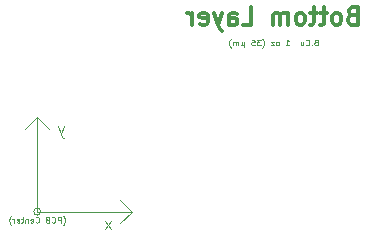
<source format=gbr>
%TF.GenerationSoftware,KiCad,Pcbnew,9.0.7*%
%TF.CreationDate,2026-02-07T11:06:05-07:00*%
%TF.ProjectId,PCB_v1,5043425f-7631-42e6-9b69-6361645f7063,rev?*%
%TF.SameCoordinates,Original*%
%TF.FileFunction,Legend,Bot*%
%TF.FilePolarity,Positive*%
%FSLAX46Y46*%
G04 Gerber Fmt 4.6, Leading zero omitted, Abs format (unit mm)*
G04 Created by KiCad (PCBNEW 9.0.7) date 2026-02-07 11:06:05*
%MOMM*%
%LPD*%
G01*
G04 APERTURE LIST*
%ADD10C,0.100000*%
%ADD11C,0.300000*%
G04 APERTURE END LIST*
D10*
X180000000Y-80000000D02*
X180000000Y-72000000D01*
X180000000Y-80000000D02*
X188000000Y-80000000D01*
X180300000Y-80000000D02*
G75*
G02*
X179700000Y-80000000I-300000J0D01*
G01*
X179700000Y-80000000D02*
G75*
G02*
X180300000Y-80000000I300000J0D01*
G01*
X180000000Y-72000000D02*
X181000000Y-73000000D01*
X188000000Y-80000000D02*
X187000000Y-79000000D01*
X188000000Y-80000000D02*
X187000000Y-81000000D01*
X180000000Y-72000000D02*
X179000000Y-73000000D01*
X186261904Y-81457419D02*
X185738095Y-80790752D01*
X186261904Y-80790752D02*
X185738095Y-81457419D01*
X182238094Y-72790752D02*
X181999999Y-73457419D01*
X181761904Y-72790752D02*
X181999999Y-73457419D01*
X181999999Y-73457419D02*
X182095237Y-73695514D01*
X182095237Y-73695514D02*
X182142856Y-73743133D01*
X182142856Y-73743133D02*
X182238094Y-73790752D01*
X182214284Y-81124085D02*
X182238093Y-81100276D01*
X182238093Y-81100276D02*
X182285712Y-81028847D01*
X182285712Y-81028847D02*
X182309522Y-80981228D01*
X182309522Y-80981228D02*
X182333331Y-80909800D01*
X182333331Y-80909800D02*
X182357141Y-80790752D01*
X182357141Y-80790752D02*
X182357141Y-80695514D01*
X182357141Y-80695514D02*
X182333331Y-80576466D01*
X182333331Y-80576466D02*
X182309522Y-80505038D01*
X182309522Y-80505038D02*
X182285712Y-80457419D01*
X182285712Y-80457419D02*
X182238093Y-80385990D01*
X182238093Y-80385990D02*
X182214284Y-80362180D01*
X182023808Y-80933609D02*
X182023808Y-80433609D01*
X182023808Y-80433609D02*
X181833332Y-80433609D01*
X181833332Y-80433609D02*
X181785713Y-80457419D01*
X181785713Y-80457419D02*
X181761903Y-80481228D01*
X181761903Y-80481228D02*
X181738094Y-80528847D01*
X181738094Y-80528847D02*
X181738094Y-80600276D01*
X181738094Y-80600276D02*
X181761903Y-80647895D01*
X181761903Y-80647895D02*
X181785713Y-80671704D01*
X181785713Y-80671704D02*
X181833332Y-80695514D01*
X181833332Y-80695514D02*
X182023808Y-80695514D01*
X181238094Y-80885990D02*
X181261903Y-80909800D01*
X181261903Y-80909800D02*
X181333332Y-80933609D01*
X181333332Y-80933609D02*
X181380951Y-80933609D01*
X181380951Y-80933609D02*
X181452379Y-80909800D01*
X181452379Y-80909800D02*
X181499998Y-80862180D01*
X181499998Y-80862180D02*
X181523808Y-80814561D01*
X181523808Y-80814561D02*
X181547617Y-80719323D01*
X181547617Y-80719323D02*
X181547617Y-80647895D01*
X181547617Y-80647895D02*
X181523808Y-80552657D01*
X181523808Y-80552657D02*
X181499998Y-80505038D01*
X181499998Y-80505038D02*
X181452379Y-80457419D01*
X181452379Y-80457419D02*
X181380951Y-80433609D01*
X181380951Y-80433609D02*
X181333332Y-80433609D01*
X181333332Y-80433609D02*
X181261903Y-80457419D01*
X181261903Y-80457419D02*
X181238094Y-80481228D01*
X180857141Y-80671704D02*
X180785713Y-80695514D01*
X180785713Y-80695514D02*
X180761903Y-80719323D01*
X180761903Y-80719323D02*
X180738094Y-80766942D01*
X180738094Y-80766942D02*
X180738094Y-80838371D01*
X180738094Y-80838371D02*
X180761903Y-80885990D01*
X180761903Y-80885990D02*
X180785713Y-80909800D01*
X180785713Y-80909800D02*
X180833332Y-80933609D01*
X180833332Y-80933609D02*
X181023808Y-80933609D01*
X181023808Y-80933609D02*
X181023808Y-80433609D01*
X181023808Y-80433609D02*
X180857141Y-80433609D01*
X180857141Y-80433609D02*
X180809522Y-80457419D01*
X180809522Y-80457419D02*
X180785713Y-80481228D01*
X180785713Y-80481228D02*
X180761903Y-80528847D01*
X180761903Y-80528847D02*
X180761903Y-80576466D01*
X180761903Y-80576466D02*
X180785713Y-80624085D01*
X180785713Y-80624085D02*
X180809522Y-80647895D01*
X180809522Y-80647895D02*
X180857141Y-80671704D01*
X180857141Y-80671704D02*
X181023808Y-80671704D01*
X179857142Y-80885990D02*
X179880951Y-80909800D01*
X179880951Y-80909800D02*
X179952380Y-80933609D01*
X179952380Y-80933609D02*
X179999999Y-80933609D01*
X179999999Y-80933609D02*
X180071427Y-80909800D01*
X180071427Y-80909800D02*
X180119046Y-80862180D01*
X180119046Y-80862180D02*
X180142856Y-80814561D01*
X180142856Y-80814561D02*
X180166665Y-80719323D01*
X180166665Y-80719323D02*
X180166665Y-80647895D01*
X180166665Y-80647895D02*
X180142856Y-80552657D01*
X180142856Y-80552657D02*
X180119046Y-80505038D01*
X180119046Y-80505038D02*
X180071427Y-80457419D01*
X180071427Y-80457419D02*
X179999999Y-80433609D01*
X179999999Y-80433609D02*
X179952380Y-80433609D01*
X179952380Y-80433609D02*
X179880951Y-80457419D01*
X179880951Y-80457419D02*
X179857142Y-80481228D01*
X179452380Y-80909800D02*
X179499999Y-80933609D01*
X179499999Y-80933609D02*
X179595237Y-80933609D01*
X179595237Y-80933609D02*
X179642856Y-80909800D01*
X179642856Y-80909800D02*
X179666665Y-80862180D01*
X179666665Y-80862180D02*
X179666665Y-80671704D01*
X179666665Y-80671704D02*
X179642856Y-80624085D01*
X179642856Y-80624085D02*
X179595237Y-80600276D01*
X179595237Y-80600276D02*
X179499999Y-80600276D01*
X179499999Y-80600276D02*
X179452380Y-80624085D01*
X179452380Y-80624085D02*
X179428570Y-80671704D01*
X179428570Y-80671704D02*
X179428570Y-80719323D01*
X179428570Y-80719323D02*
X179666665Y-80766942D01*
X179214285Y-80600276D02*
X179214285Y-80933609D01*
X179214285Y-80647895D02*
X179190475Y-80624085D01*
X179190475Y-80624085D02*
X179142856Y-80600276D01*
X179142856Y-80600276D02*
X179071428Y-80600276D01*
X179071428Y-80600276D02*
X179023809Y-80624085D01*
X179023809Y-80624085D02*
X178999999Y-80671704D01*
X178999999Y-80671704D02*
X178999999Y-80933609D01*
X178833332Y-80600276D02*
X178642856Y-80600276D01*
X178761904Y-80433609D02*
X178761904Y-80862180D01*
X178761904Y-80862180D02*
X178738094Y-80909800D01*
X178738094Y-80909800D02*
X178690475Y-80933609D01*
X178690475Y-80933609D02*
X178642856Y-80933609D01*
X178285714Y-80909800D02*
X178333333Y-80933609D01*
X178333333Y-80933609D02*
X178428571Y-80933609D01*
X178428571Y-80933609D02*
X178476190Y-80909800D01*
X178476190Y-80909800D02*
X178499999Y-80862180D01*
X178499999Y-80862180D02*
X178499999Y-80671704D01*
X178499999Y-80671704D02*
X178476190Y-80624085D01*
X178476190Y-80624085D02*
X178428571Y-80600276D01*
X178428571Y-80600276D02*
X178333333Y-80600276D01*
X178333333Y-80600276D02*
X178285714Y-80624085D01*
X178285714Y-80624085D02*
X178261904Y-80671704D01*
X178261904Y-80671704D02*
X178261904Y-80719323D01*
X178261904Y-80719323D02*
X178499999Y-80766942D01*
X178047619Y-80933609D02*
X178047619Y-80600276D01*
X178047619Y-80695514D02*
X178023809Y-80647895D01*
X178023809Y-80647895D02*
X178000000Y-80624085D01*
X178000000Y-80624085D02*
X177952381Y-80600276D01*
X177952381Y-80600276D02*
X177904762Y-80600276D01*
X177785714Y-81124085D02*
X177761904Y-81100276D01*
X177761904Y-81100276D02*
X177714285Y-81028847D01*
X177714285Y-81028847D02*
X177690476Y-80981228D01*
X177690476Y-80981228D02*
X177666666Y-80909800D01*
X177666666Y-80909800D02*
X177642857Y-80790752D01*
X177642857Y-80790752D02*
X177642857Y-80695514D01*
X177642857Y-80695514D02*
X177666666Y-80576466D01*
X177666666Y-80576466D02*
X177690476Y-80505038D01*
X177690476Y-80505038D02*
X177714285Y-80457419D01*
X177714285Y-80457419D02*
X177761904Y-80385990D01*
X177761904Y-80385990D02*
X177785714Y-80362180D01*
D11*
X206667857Y-63392614D02*
X206453571Y-63464042D01*
X206453571Y-63464042D02*
X206382142Y-63535471D01*
X206382142Y-63535471D02*
X206310714Y-63678328D01*
X206310714Y-63678328D02*
X206310714Y-63892614D01*
X206310714Y-63892614D02*
X206382142Y-64035471D01*
X206382142Y-64035471D02*
X206453571Y-64106900D01*
X206453571Y-64106900D02*
X206596428Y-64178328D01*
X206596428Y-64178328D02*
X207167857Y-64178328D01*
X207167857Y-64178328D02*
X207167857Y-62678328D01*
X207167857Y-62678328D02*
X206667857Y-62678328D01*
X206667857Y-62678328D02*
X206525000Y-62749757D01*
X206525000Y-62749757D02*
X206453571Y-62821185D01*
X206453571Y-62821185D02*
X206382142Y-62964042D01*
X206382142Y-62964042D02*
X206382142Y-63106900D01*
X206382142Y-63106900D02*
X206453571Y-63249757D01*
X206453571Y-63249757D02*
X206525000Y-63321185D01*
X206525000Y-63321185D02*
X206667857Y-63392614D01*
X206667857Y-63392614D02*
X207167857Y-63392614D01*
X205453571Y-64178328D02*
X205596428Y-64106900D01*
X205596428Y-64106900D02*
X205667857Y-64035471D01*
X205667857Y-64035471D02*
X205739285Y-63892614D01*
X205739285Y-63892614D02*
X205739285Y-63464042D01*
X205739285Y-63464042D02*
X205667857Y-63321185D01*
X205667857Y-63321185D02*
X205596428Y-63249757D01*
X205596428Y-63249757D02*
X205453571Y-63178328D01*
X205453571Y-63178328D02*
X205239285Y-63178328D01*
X205239285Y-63178328D02*
X205096428Y-63249757D01*
X205096428Y-63249757D02*
X205025000Y-63321185D01*
X205025000Y-63321185D02*
X204953571Y-63464042D01*
X204953571Y-63464042D02*
X204953571Y-63892614D01*
X204953571Y-63892614D02*
X205025000Y-64035471D01*
X205025000Y-64035471D02*
X205096428Y-64106900D01*
X205096428Y-64106900D02*
X205239285Y-64178328D01*
X205239285Y-64178328D02*
X205453571Y-64178328D01*
X204524999Y-63178328D02*
X203953571Y-63178328D01*
X204310714Y-62678328D02*
X204310714Y-63964042D01*
X204310714Y-63964042D02*
X204239285Y-64106900D01*
X204239285Y-64106900D02*
X204096428Y-64178328D01*
X204096428Y-64178328D02*
X203953571Y-64178328D01*
X203667856Y-63178328D02*
X203096428Y-63178328D01*
X203453571Y-62678328D02*
X203453571Y-63964042D01*
X203453571Y-63964042D02*
X203382142Y-64106900D01*
X203382142Y-64106900D02*
X203239285Y-64178328D01*
X203239285Y-64178328D02*
X203096428Y-64178328D01*
X202382142Y-64178328D02*
X202524999Y-64106900D01*
X202524999Y-64106900D02*
X202596428Y-64035471D01*
X202596428Y-64035471D02*
X202667856Y-63892614D01*
X202667856Y-63892614D02*
X202667856Y-63464042D01*
X202667856Y-63464042D02*
X202596428Y-63321185D01*
X202596428Y-63321185D02*
X202524999Y-63249757D01*
X202524999Y-63249757D02*
X202382142Y-63178328D01*
X202382142Y-63178328D02*
X202167856Y-63178328D01*
X202167856Y-63178328D02*
X202024999Y-63249757D01*
X202024999Y-63249757D02*
X201953571Y-63321185D01*
X201953571Y-63321185D02*
X201882142Y-63464042D01*
X201882142Y-63464042D02*
X201882142Y-63892614D01*
X201882142Y-63892614D02*
X201953571Y-64035471D01*
X201953571Y-64035471D02*
X202024999Y-64106900D01*
X202024999Y-64106900D02*
X202167856Y-64178328D01*
X202167856Y-64178328D02*
X202382142Y-64178328D01*
X201239285Y-64178328D02*
X201239285Y-63178328D01*
X201239285Y-63321185D02*
X201167856Y-63249757D01*
X201167856Y-63249757D02*
X201024999Y-63178328D01*
X201024999Y-63178328D02*
X200810713Y-63178328D01*
X200810713Y-63178328D02*
X200667856Y-63249757D01*
X200667856Y-63249757D02*
X200596428Y-63392614D01*
X200596428Y-63392614D02*
X200596428Y-64178328D01*
X200596428Y-63392614D02*
X200524999Y-63249757D01*
X200524999Y-63249757D02*
X200382142Y-63178328D01*
X200382142Y-63178328D02*
X200167856Y-63178328D01*
X200167856Y-63178328D02*
X200024999Y-63249757D01*
X200024999Y-63249757D02*
X199953570Y-63392614D01*
X199953570Y-63392614D02*
X199953570Y-64178328D01*
X197382142Y-64178328D02*
X198096428Y-64178328D01*
X198096428Y-64178328D02*
X198096428Y-62678328D01*
X196239285Y-64178328D02*
X196239285Y-63392614D01*
X196239285Y-63392614D02*
X196310713Y-63249757D01*
X196310713Y-63249757D02*
X196453570Y-63178328D01*
X196453570Y-63178328D02*
X196739285Y-63178328D01*
X196739285Y-63178328D02*
X196882142Y-63249757D01*
X196239285Y-64106900D02*
X196382142Y-64178328D01*
X196382142Y-64178328D02*
X196739285Y-64178328D01*
X196739285Y-64178328D02*
X196882142Y-64106900D01*
X196882142Y-64106900D02*
X196953570Y-63964042D01*
X196953570Y-63964042D02*
X196953570Y-63821185D01*
X196953570Y-63821185D02*
X196882142Y-63678328D01*
X196882142Y-63678328D02*
X196739285Y-63606900D01*
X196739285Y-63606900D02*
X196382142Y-63606900D01*
X196382142Y-63606900D02*
X196239285Y-63535471D01*
X195667856Y-63178328D02*
X195310713Y-64178328D01*
X194953570Y-63178328D02*
X195310713Y-64178328D01*
X195310713Y-64178328D02*
X195453570Y-64535471D01*
X195453570Y-64535471D02*
X195524999Y-64606900D01*
X195524999Y-64606900D02*
X195667856Y-64678328D01*
X193810713Y-64106900D02*
X193953570Y-64178328D01*
X193953570Y-64178328D02*
X194239285Y-64178328D01*
X194239285Y-64178328D02*
X194382142Y-64106900D01*
X194382142Y-64106900D02*
X194453570Y-63964042D01*
X194453570Y-63964042D02*
X194453570Y-63392614D01*
X194453570Y-63392614D02*
X194382142Y-63249757D01*
X194382142Y-63249757D02*
X194239285Y-63178328D01*
X194239285Y-63178328D02*
X193953570Y-63178328D01*
X193953570Y-63178328D02*
X193810713Y-63249757D01*
X193810713Y-63249757D02*
X193739285Y-63392614D01*
X193739285Y-63392614D02*
X193739285Y-63535471D01*
X193739285Y-63535471D02*
X194453570Y-63678328D01*
X193096428Y-64178328D02*
X193096428Y-63178328D01*
X193096428Y-63464042D02*
X193024999Y-63321185D01*
X193024999Y-63321185D02*
X192953571Y-63249757D01*
X192953571Y-63249757D02*
X192810713Y-63178328D01*
X192810713Y-63178328D02*
X192667856Y-63178328D01*
D10*
X203583331Y-65671704D02*
X203511903Y-65695514D01*
X203511903Y-65695514D02*
X203488093Y-65719323D01*
X203488093Y-65719323D02*
X203464284Y-65766942D01*
X203464284Y-65766942D02*
X203464284Y-65838371D01*
X203464284Y-65838371D02*
X203488093Y-65885990D01*
X203488093Y-65885990D02*
X203511903Y-65909800D01*
X203511903Y-65909800D02*
X203559522Y-65933609D01*
X203559522Y-65933609D02*
X203749998Y-65933609D01*
X203749998Y-65933609D02*
X203749998Y-65433609D01*
X203749998Y-65433609D02*
X203583331Y-65433609D01*
X203583331Y-65433609D02*
X203535712Y-65457419D01*
X203535712Y-65457419D02*
X203511903Y-65481228D01*
X203511903Y-65481228D02*
X203488093Y-65528847D01*
X203488093Y-65528847D02*
X203488093Y-65576466D01*
X203488093Y-65576466D02*
X203511903Y-65624085D01*
X203511903Y-65624085D02*
X203535712Y-65647895D01*
X203535712Y-65647895D02*
X203583331Y-65671704D01*
X203583331Y-65671704D02*
X203749998Y-65671704D01*
X203249998Y-65885990D02*
X203226188Y-65909800D01*
X203226188Y-65909800D02*
X203249998Y-65933609D01*
X203249998Y-65933609D02*
X203273807Y-65909800D01*
X203273807Y-65909800D02*
X203249998Y-65885990D01*
X203249998Y-65885990D02*
X203249998Y-65933609D01*
X202726189Y-65885990D02*
X202749998Y-65909800D01*
X202749998Y-65909800D02*
X202821427Y-65933609D01*
X202821427Y-65933609D02*
X202869046Y-65933609D01*
X202869046Y-65933609D02*
X202940474Y-65909800D01*
X202940474Y-65909800D02*
X202988093Y-65862180D01*
X202988093Y-65862180D02*
X203011903Y-65814561D01*
X203011903Y-65814561D02*
X203035712Y-65719323D01*
X203035712Y-65719323D02*
X203035712Y-65647895D01*
X203035712Y-65647895D02*
X203011903Y-65552657D01*
X203011903Y-65552657D02*
X202988093Y-65505038D01*
X202988093Y-65505038D02*
X202940474Y-65457419D01*
X202940474Y-65457419D02*
X202869046Y-65433609D01*
X202869046Y-65433609D02*
X202821427Y-65433609D01*
X202821427Y-65433609D02*
X202749998Y-65457419D01*
X202749998Y-65457419D02*
X202726189Y-65481228D01*
X202297617Y-65600276D02*
X202297617Y-65933609D01*
X202511903Y-65600276D02*
X202511903Y-65862180D01*
X202511903Y-65862180D02*
X202488093Y-65909800D01*
X202488093Y-65909800D02*
X202440474Y-65933609D01*
X202440474Y-65933609D02*
X202369046Y-65933609D01*
X202369046Y-65933609D02*
X202321427Y-65909800D01*
X202321427Y-65909800D02*
X202297617Y-65885990D01*
X201035713Y-65933609D02*
X201321427Y-65933609D01*
X201178570Y-65933609D02*
X201178570Y-65433609D01*
X201178570Y-65433609D02*
X201226189Y-65505038D01*
X201226189Y-65505038D02*
X201273808Y-65552657D01*
X201273808Y-65552657D02*
X201321427Y-65576466D01*
X200369047Y-65933609D02*
X200416666Y-65909800D01*
X200416666Y-65909800D02*
X200440476Y-65885990D01*
X200440476Y-65885990D02*
X200464285Y-65838371D01*
X200464285Y-65838371D02*
X200464285Y-65695514D01*
X200464285Y-65695514D02*
X200440476Y-65647895D01*
X200440476Y-65647895D02*
X200416666Y-65624085D01*
X200416666Y-65624085D02*
X200369047Y-65600276D01*
X200369047Y-65600276D02*
X200297619Y-65600276D01*
X200297619Y-65600276D02*
X200250000Y-65624085D01*
X200250000Y-65624085D02*
X200226190Y-65647895D01*
X200226190Y-65647895D02*
X200202381Y-65695514D01*
X200202381Y-65695514D02*
X200202381Y-65838371D01*
X200202381Y-65838371D02*
X200226190Y-65885990D01*
X200226190Y-65885990D02*
X200250000Y-65909800D01*
X200250000Y-65909800D02*
X200297619Y-65933609D01*
X200297619Y-65933609D02*
X200369047Y-65933609D01*
X200035714Y-65600276D02*
X199773809Y-65600276D01*
X199773809Y-65600276D02*
X200035714Y-65933609D01*
X200035714Y-65933609D02*
X199773809Y-65933609D01*
X199059524Y-66124085D02*
X199083333Y-66100276D01*
X199083333Y-66100276D02*
X199130952Y-66028847D01*
X199130952Y-66028847D02*
X199154762Y-65981228D01*
X199154762Y-65981228D02*
X199178571Y-65909800D01*
X199178571Y-65909800D02*
X199202381Y-65790752D01*
X199202381Y-65790752D02*
X199202381Y-65695514D01*
X199202381Y-65695514D02*
X199178571Y-65576466D01*
X199178571Y-65576466D02*
X199154762Y-65505038D01*
X199154762Y-65505038D02*
X199130952Y-65457419D01*
X199130952Y-65457419D02*
X199083333Y-65385990D01*
X199083333Y-65385990D02*
X199059524Y-65362180D01*
X198916667Y-65433609D02*
X198607143Y-65433609D01*
X198607143Y-65433609D02*
X198773810Y-65624085D01*
X198773810Y-65624085D02*
X198702381Y-65624085D01*
X198702381Y-65624085D02*
X198654762Y-65647895D01*
X198654762Y-65647895D02*
X198630953Y-65671704D01*
X198630953Y-65671704D02*
X198607143Y-65719323D01*
X198607143Y-65719323D02*
X198607143Y-65838371D01*
X198607143Y-65838371D02*
X198630953Y-65885990D01*
X198630953Y-65885990D02*
X198654762Y-65909800D01*
X198654762Y-65909800D02*
X198702381Y-65933609D01*
X198702381Y-65933609D02*
X198845238Y-65933609D01*
X198845238Y-65933609D02*
X198892857Y-65909800D01*
X198892857Y-65909800D02*
X198916667Y-65885990D01*
X198154763Y-65433609D02*
X198392858Y-65433609D01*
X198392858Y-65433609D02*
X198416667Y-65671704D01*
X198416667Y-65671704D02*
X198392858Y-65647895D01*
X198392858Y-65647895D02*
X198345239Y-65624085D01*
X198345239Y-65624085D02*
X198226191Y-65624085D01*
X198226191Y-65624085D02*
X198178572Y-65647895D01*
X198178572Y-65647895D02*
X198154763Y-65671704D01*
X198154763Y-65671704D02*
X198130953Y-65719323D01*
X198130953Y-65719323D02*
X198130953Y-65838371D01*
X198130953Y-65838371D02*
X198154763Y-65885990D01*
X198154763Y-65885990D02*
X198178572Y-65909800D01*
X198178572Y-65909800D02*
X198226191Y-65933609D01*
X198226191Y-65933609D02*
X198345239Y-65933609D01*
X198345239Y-65933609D02*
X198392858Y-65909800D01*
X198392858Y-65909800D02*
X198416667Y-65885990D01*
X197535716Y-65600276D02*
X197535716Y-66100276D01*
X197297621Y-65862180D02*
X197273811Y-65909800D01*
X197273811Y-65909800D02*
X197226192Y-65933609D01*
X197535716Y-65862180D02*
X197511906Y-65909800D01*
X197511906Y-65909800D02*
X197464287Y-65933609D01*
X197464287Y-65933609D02*
X197369049Y-65933609D01*
X197369049Y-65933609D02*
X197321430Y-65909800D01*
X197321430Y-65909800D02*
X197297621Y-65862180D01*
X197297621Y-65862180D02*
X197297621Y-65600276D01*
X197011906Y-65933609D02*
X197011906Y-65600276D01*
X197011906Y-65647895D02*
X196988096Y-65624085D01*
X196988096Y-65624085D02*
X196940477Y-65600276D01*
X196940477Y-65600276D02*
X196869049Y-65600276D01*
X196869049Y-65600276D02*
X196821430Y-65624085D01*
X196821430Y-65624085D02*
X196797620Y-65671704D01*
X196797620Y-65671704D02*
X196797620Y-65933609D01*
X196797620Y-65671704D02*
X196773811Y-65624085D01*
X196773811Y-65624085D02*
X196726192Y-65600276D01*
X196726192Y-65600276D02*
X196654763Y-65600276D01*
X196654763Y-65600276D02*
X196607144Y-65624085D01*
X196607144Y-65624085D02*
X196583334Y-65671704D01*
X196583334Y-65671704D02*
X196583334Y-65933609D01*
X196392858Y-66124085D02*
X196369048Y-66100276D01*
X196369048Y-66100276D02*
X196321429Y-66028847D01*
X196321429Y-66028847D02*
X196297620Y-65981228D01*
X196297620Y-65981228D02*
X196273810Y-65909800D01*
X196273810Y-65909800D02*
X196250001Y-65790752D01*
X196250001Y-65790752D02*
X196250001Y-65695514D01*
X196250001Y-65695514D02*
X196273810Y-65576466D01*
X196273810Y-65576466D02*
X196297620Y-65505038D01*
X196297620Y-65505038D02*
X196321429Y-65457419D01*
X196321429Y-65457419D02*
X196369048Y-65385990D01*
X196369048Y-65385990D02*
X196392858Y-65362180D01*
M02*

</source>
